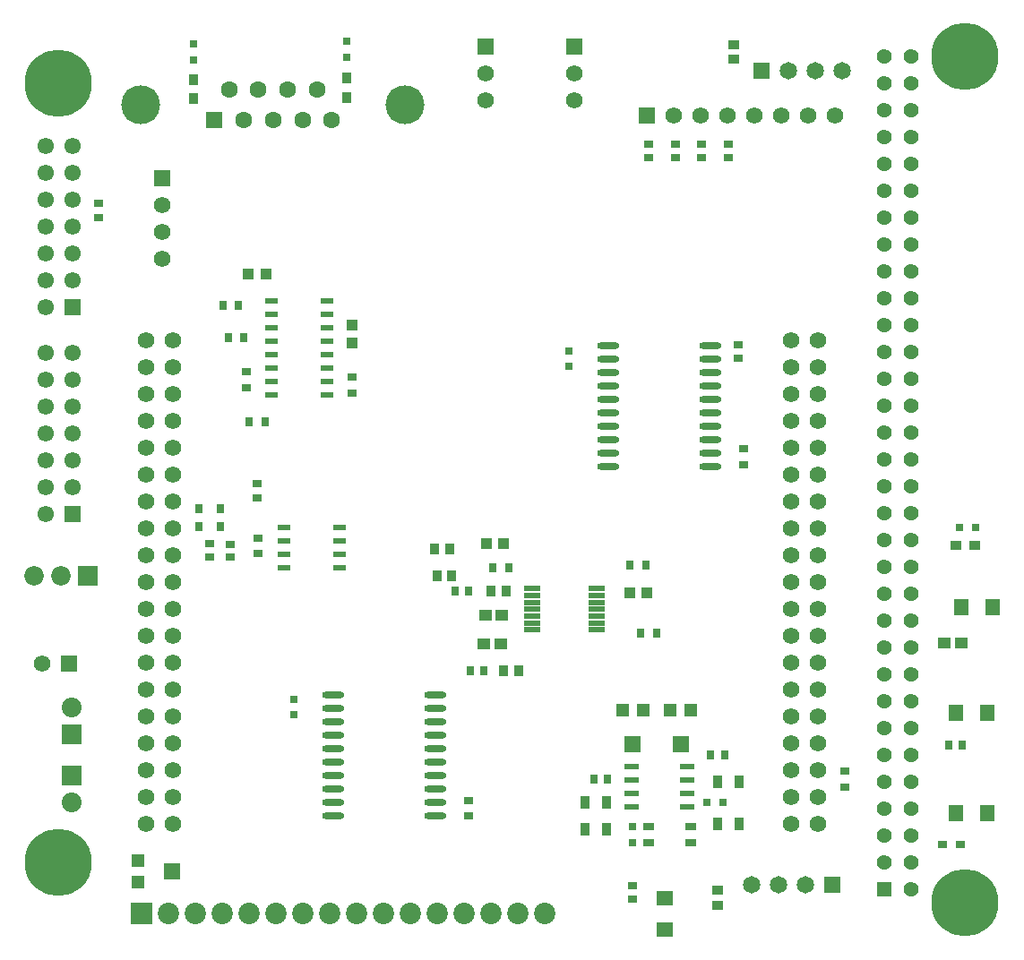
<source format=gbr>
%TF.GenerationSoftware,Altium Limited,Altium Designer,23.1.1 (15)*%
G04 Layer_Color=255*
%FSLAX45Y45*%
%MOMM*%
%TF.SameCoordinates,94CA0F20-7CEF-4758-9589-D945348769B5*%
%TF.FilePolarity,Positive*%
%TF.FileFunction,Pads,Bot*%
%TF.Part,Single*%
G01*
G75*
%TA.AperFunction,ComponentPad*%
%ADD17R,1.57500X1.57500*%
%ADD18C,1.57500*%
%ADD19C,1.60000*%
%ADD20R,1.60000X1.60000*%
%ADD21C,3.68000*%
%ADD22R,1.55000X1.55000*%
%ADD23C,1.55000*%
%ADD24R,2.02500X2.02500*%
%ADD25C,2.02500*%
%ADD26C,1.65000*%
%ADD27R,1.65000X1.65000*%
%ADD28R,1.57500X1.57500*%
%ADD29R,1.84000X1.84000*%
%ADD30C,1.84000*%
%ADD31R,1.57000X1.57000*%
%ADD32C,1.57000*%
%ADD33C,1.42500*%
%ADD34R,1.42500X1.42500*%
%ADD35R,1.87500X1.87500*%
%ADD36C,1.87500*%
%ADD37R,1.57000X1.57000*%
%TA.AperFunction,WasherPad*%
%ADD38C,6.35000*%
%TA.AperFunction,SMDPad,CuDef*%
%ADD61R,0.90000X0.80000*%
G04:AMPARAMS|DCode=62|XSize=0.55mm|YSize=1.25mm|CornerRadius=0.0495mm|HoleSize=0mm|Usage=FLASHONLY|Rotation=270.000|XOffset=0mm|YOffset=0mm|HoleType=Round|Shape=RoundedRectangle|*
%AMROUNDEDRECTD62*
21,1,0.55000,1.15100,0,0,270.0*
21,1,0.45100,1.25000,0,0,270.0*
1,1,0.09900,-0.57550,-0.22550*
1,1,0.09900,-0.57550,0.22550*
1,1,0.09900,0.57550,0.22550*
1,1,0.09900,0.57550,-0.22550*
%
%ADD62ROUNDEDRECTD62*%
%ADD63R,0.70000X0.70000*%
%ADD64R,0.80000X0.90000*%
%ADD65R,0.95000X0.80000*%
%ADD66R,0.80000X0.90000*%
%ADD67R,0.90000X1.05000*%
G04:AMPARAMS|DCode=68|XSize=0.45mm|YSize=1.6mm|CornerRadius=0.0495mm|HoleSize=0mm|Usage=FLASHONLY|Rotation=270.000|XOffset=0mm|YOffset=0mm|HoleType=Round|Shape=RoundedRectangle|*
%AMROUNDEDRECTD68*
21,1,0.45000,1.50100,0,0,270.0*
21,1,0.35100,1.60000,0,0,270.0*
1,1,0.09900,-0.75050,-0.17550*
1,1,0.09900,-0.75050,0.17550*
1,1,0.09900,0.75050,0.17550*
1,1,0.09900,0.75050,-0.17550*
%
%ADD68ROUNDEDRECTD68*%
%ADD69R,1.20000X1.20000*%
%ADD70R,1.50000X1.60000*%
%ADD71O,2.10000X0.65000*%
%ADD72R,1.30000X0.60000*%
%ADD73R,0.86213X0.66370*%
%ADD74R,1.60000X1.40000*%
%ADD75R,1.00000X0.90000*%
%ADD76R,0.80000X0.80000*%
%ADD77R,0.80000X0.95000*%
%ADD78R,1.13504X1.06213*%
%ADD79R,1.25776X1.01213*%
%ADD80R,1.20000X1.20000*%
%ADD81R,1.60000X1.50000*%
%ADD82R,1.00000X0.75000*%
%ADD83R,1.05000X0.90000*%
%ADD84R,0.90000X0.75000*%
%ADD85R,1.40000X1.60000*%
%ADD86R,1.15814X1.01213*%
%ADD87R,0.66370X0.86213*%
%ADD88R,0.90000X0.80000*%
%ADD89R,0.80000X0.80000*%
%ADD90R,1.40000X0.60000*%
%ADD91R,0.90000X1.00000*%
%ADD92R,1.06213X1.13504*%
%ADD93R,0.95620X1.20620*%
D17*
X-8100000Y7354000D02*
D03*
D18*
Y7100000D02*
D03*
Y6846000D02*
D03*
Y6592000D02*
D03*
X-9236711Y2763476D02*
D03*
D19*
X-7465500Y8192000D02*
D03*
X-7188500D02*
D03*
X-6911500D02*
D03*
X-6634500D02*
D03*
X-7327000Y7908000D02*
D03*
X-7050000D02*
D03*
X-6773000D02*
D03*
X-6496000D02*
D03*
D20*
X-7604000D02*
D03*
D21*
X-5800000Y8050000D02*
D03*
X-8300000D02*
D03*
D22*
X-8946000Y6138000D02*
D03*
Y4184000D02*
D03*
D23*
Y6392000D02*
D03*
Y6646000D02*
D03*
Y6900000D02*
D03*
Y7154000D02*
D03*
Y7408000D02*
D03*
Y7662000D02*
D03*
X-9200000Y6138000D02*
D03*
Y6392000D02*
D03*
Y6646000D02*
D03*
Y6900000D02*
D03*
Y7154000D02*
D03*
Y7408000D02*
D03*
Y7662000D02*
D03*
X-8946000Y4438000D02*
D03*
Y4692000D02*
D03*
Y4946000D02*
D03*
Y5200000D02*
D03*
Y5454000D02*
D03*
Y5708000D02*
D03*
X-9200000Y4184000D02*
D03*
Y4438000D02*
D03*
Y4692000D02*
D03*
Y4946000D02*
D03*
Y5200000D02*
D03*
Y5454000D02*
D03*
Y5708000D02*
D03*
D24*
X-8290000Y400000D02*
D03*
D25*
X-8036000D02*
D03*
X-7782000D02*
D03*
X-7528000D02*
D03*
X-7274000D02*
D03*
X-7020000D02*
D03*
X-6766000D02*
D03*
X-6512000D02*
D03*
X-6258000D02*
D03*
X-6004000D02*
D03*
X-5750000D02*
D03*
X-5496000D02*
D03*
X-5242000D02*
D03*
X-4988000D02*
D03*
X-4734000D02*
D03*
X-4480000D02*
D03*
D26*
X-1669000Y8373000D02*
D03*
X-1923000D02*
D03*
X-2177000D02*
D03*
X-2023000Y677000D02*
D03*
X-2277000D02*
D03*
X-2531000D02*
D03*
D27*
X-2431000Y8373000D02*
D03*
X-1769000Y677000D02*
D03*
D28*
X-8982711Y2763476D02*
D03*
D29*
X-8800000Y3600000D02*
D03*
D30*
X-9054000D02*
D03*
X-9308000D02*
D03*
D31*
X-4200000Y8604000D02*
D03*
X-5042500D02*
D03*
D32*
X-4200000Y8350000D02*
D03*
Y8096000D02*
D03*
X-5042500Y8350000D02*
D03*
Y8096000D02*
D03*
X-1900000Y1250000D02*
D03*
X-2154000D02*
D03*
X-1900000Y1504000D02*
D03*
X-2154000D02*
D03*
X-1900000Y1758000D02*
D03*
X-2154000D02*
D03*
X-1900000Y2012000D02*
D03*
X-2154000D02*
D03*
X-1900000Y2266000D02*
D03*
X-2154000D02*
D03*
X-1900000Y2520000D02*
D03*
X-2154000D02*
D03*
X-1900000Y2774000D02*
D03*
X-2154000D02*
D03*
X-1900000Y3028000D02*
D03*
X-2154000D02*
D03*
X-1900000Y3282000D02*
D03*
X-2154000D02*
D03*
X-1900000Y3536000D02*
D03*
X-2154000D02*
D03*
X-1900000Y3790000D02*
D03*
X-2154000D02*
D03*
X-1900000Y4044000D02*
D03*
X-2154000D02*
D03*
X-1900000Y4298000D02*
D03*
X-2154000D02*
D03*
X-1900000Y4552000D02*
D03*
X-2154000D02*
D03*
X-1900000Y4806000D02*
D03*
X-2154000D02*
D03*
X-1900000Y5060000D02*
D03*
X-2154000D02*
D03*
X-1900000Y5314000D02*
D03*
X-2154000D02*
D03*
X-1900000Y5568000D02*
D03*
X-2154000D02*
D03*
X-1900000Y5822000D02*
D03*
X-2154000D02*
D03*
X-7996000Y1250000D02*
D03*
X-8250000D02*
D03*
X-7996000Y1504000D02*
D03*
X-8250000D02*
D03*
X-7996000Y1758000D02*
D03*
X-8250000D02*
D03*
X-7996000Y2012000D02*
D03*
X-8250000D02*
D03*
X-7996000Y2266000D02*
D03*
X-8250000D02*
D03*
X-7996000Y2520000D02*
D03*
X-8250000D02*
D03*
X-7996000Y2774000D02*
D03*
X-8250000D02*
D03*
X-7996000Y3028000D02*
D03*
X-8250000D02*
D03*
X-7996000Y3282000D02*
D03*
X-8250000D02*
D03*
X-7996000Y3536000D02*
D03*
X-8250000D02*
D03*
X-7996000Y3790000D02*
D03*
X-8250000D02*
D03*
X-7996000Y4044000D02*
D03*
X-8250000D02*
D03*
X-7996000Y4298000D02*
D03*
X-8250000D02*
D03*
X-7996000Y4552000D02*
D03*
X-8250000D02*
D03*
X-7996000Y4806000D02*
D03*
X-8250000D02*
D03*
X-7996000Y5060000D02*
D03*
X-8250000D02*
D03*
X-7996000Y5314000D02*
D03*
X-8250000D02*
D03*
X-7996000Y5568000D02*
D03*
X-8250000D02*
D03*
X-7996000Y5822000D02*
D03*
X-8250000D02*
D03*
X-1738000Y7950000D02*
D03*
X-1992000D02*
D03*
X-2246000D02*
D03*
X-2500000D02*
D03*
X-2754000D02*
D03*
X-3008000D02*
D03*
X-3262000D02*
D03*
D33*
X-1016000Y8509000D02*
D03*
Y8255000D02*
D03*
Y8001000D02*
D03*
Y7747000D02*
D03*
Y7493000D02*
D03*
Y7239000D02*
D03*
Y6985000D02*
D03*
Y6731000D02*
D03*
Y6477000D02*
D03*
Y6223000D02*
D03*
Y5969000D02*
D03*
Y5715000D02*
D03*
Y5461000D02*
D03*
Y5207000D02*
D03*
Y4953000D02*
D03*
Y4699000D02*
D03*
Y4445000D02*
D03*
Y4191000D02*
D03*
Y3937000D02*
D03*
Y3683000D02*
D03*
Y3429000D02*
D03*
Y3175000D02*
D03*
Y2921000D02*
D03*
Y2667000D02*
D03*
Y2413000D02*
D03*
Y2159000D02*
D03*
Y1905000D02*
D03*
Y1651000D02*
D03*
Y1397000D02*
D03*
Y1143000D02*
D03*
Y889000D02*
D03*
Y635000D02*
D03*
X-1270000Y8509000D02*
D03*
Y8255000D02*
D03*
Y8001000D02*
D03*
Y7747000D02*
D03*
Y7493000D02*
D03*
Y7239000D02*
D03*
Y6985000D02*
D03*
Y6731000D02*
D03*
Y6477000D02*
D03*
Y6223000D02*
D03*
Y5969000D02*
D03*
Y5715000D02*
D03*
Y5461000D02*
D03*
Y5207000D02*
D03*
Y4953000D02*
D03*
Y4699000D02*
D03*
Y4445000D02*
D03*
Y4191000D02*
D03*
Y3937000D02*
D03*
Y3683000D02*
D03*
Y3429000D02*
D03*
Y3175000D02*
D03*
Y2921000D02*
D03*
Y2667000D02*
D03*
Y2413000D02*
D03*
Y2159000D02*
D03*
Y1905000D02*
D03*
Y1651000D02*
D03*
Y1397000D02*
D03*
Y1143000D02*
D03*
Y889000D02*
D03*
D34*
Y635000D02*
D03*
D35*
X-8950000Y1704000D02*
D03*
Y2100000D02*
D03*
D36*
Y1450000D02*
D03*
Y2354000D02*
D03*
D37*
X-3516000Y7950000D02*
D03*
D38*
X-508000Y8509000D02*
D03*
Y508000D02*
D03*
X-9081000Y889000D02*
D03*
Y8255000D02*
D03*
D61*
X-7300000Y5525000D02*
D03*
Y5375000D02*
D03*
X-1650000Y1750000D02*
D03*
Y1600000D02*
D03*
X-7196123Y3805633D02*
D03*
Y3955633D02*
D03*
X-6300000Y5475000D02*
D03*
Y5325000D02*
D03*
X-2600000Y4800000D02*
D03*
Y4650000D02*
D03*
X-5200000Y1475000D02*
D03*
Y1325000D02*
D03*
D62*
X-7062500Y5305500D02*
D03*
Y5432500D02*
D03*
Y5559500D02*
D03*
Y5686500D02*
D03*
Y5813500D02*
D03*
Y5940500D02*
D03*
Y6067500D02*
D03*
Y6194500D02*
D03*
X-6537500Y5305500D02*
D03*
Y5432500D02*
D03*
Y5559500D02*
D03*
Y5686500D02*
D03*
Y5813500D02*
D03*
Y5940500D02*
D03*
Y6067500D02*
D03*
Y6194500D02*
D03*
D63*
X-4250000Y5580000D02*
D03*
Y5720000D02*
D03*
X-6850000Y2287422D02*
D03*
Y2427422D02*
D03*
D64*
X-7325000Y5850000D02*
D03*
X-7475000D02*
D03*
X-7525000Y6150000D02*
D03*
X-7375000D02*
D03*
X-7275000Y5050000D02*
D03*
X-7125000D02*
D03*
X-3425000Y3050000D02*
D03*
X-3575000D02*
D03*
X-3675000Y3700000D02*
D03*
X-3525000D02*
D03*
X-4823441Y3672039D02*
D03*
X-4973441D02*
D03*
D65*
X-2750000Y7550000D02*
D03*
Y7675000D02*
D03*
X-3000000Y7550000D02*
D03*
Y7675000D02*
D03*
X-3250000Y7550000D02*
D03*
Y7675000D02*
D03*
X-3500000Y7550000D02*
D03*
Y7675000D02*
D03*
X-8700000Y7115000D02*
D03*
Y6985000D02*
D03*
X-2650000Y5650000D02*
D03*
Y5780000D02*
D03*
X-7650000Y3770000D02*
D03*
Y3900000D02*
D03*
X-7200000Y4465000D02*
D03*
Y4335000D02*
D03*
D66*
X-7750000Y4235000D02*
D03*
Y4065000D02*
D03*
X-7543632Y4064064D02*
D03*
Y4234064D02*
D03*
D67*
X-4990000Y3450000D02*
D03*
X-4850000D02*
D03*
X-4870000Y2700000D02*
D03*
X-4730000D02*
D03*
X-5380000Y3850000D02*
D03*
X-5520000D02*
D03*
X-5360000Y3600000D02*
D03*
X-5500000D02*
D03*
D68*
X-3990000Y3085000D02*
D03*
Y3475000D02*
D03*
Y3410000D02*
D03*
Y3345000D02*
D03*
Y3280000D02*
D03*
Y3215000D02*
D03*
Y3150000D02*
D03*
X-4600000Y3475000D02*
D03*
Y3410000D02*
D03*
Y3345000D02*
D03*
Y3280000D02*
D03*
Y3215000D02*
D03*
Y3150000D02*
D03*
Y3085000D02*
D03*
D69*
X-8330000Y900000D02*
D03*
Y700000D02*
D03*
D70*
X-8005000Y800000D02*
D03*
D71*
X-5515000Y2471501D02*
D03*
Y2344501D02*
D03*
Y2217501D02*
D03*
Y2090501D02*
D03*
Y1963501D02*
D03*
Y1836501D02*
D03*
Y1709501D02*
D03*
Y1582501D02*
D03*
Y1455501D02*
D03*
Y1328501D02*
D03*
X-6485000Y2471501D02*
D03*
Y2344501D02*
D03*
Y2217501D02*
D03*
Y2090501D02*
D03*
Y1963501D02*
D03*
Y1836501D02*
D03*
Y1709501D02*
D03*
Y1582501D02*
D03*
Y1455501D02*
D03*
Y1328501D02*
D03*
X-2915000Y5771500D02*
D03*
Y5644500D02*
D03*
Y5517500D02*
D03*
Y5390500D02*
D03*
Y5263500D02*
D03*
Y5136500D02*
D03*
Y5009500D02*
D03*
Y4882500D02*
D03*
Y4755500D02*
D03*
Y4628500D02*
D03*
X-3885000Y5771500D02*
D03*
Y5644500D02*
D03*
Y5517500D02*
D03*
Y5390500D02*
D03*
Y5263500D02*
D03*
Y5136500D02*
D03*
Y5009500D02*
D03*
Y4882500D02*
D03*
Y4755500D02*
D03*
Y4628500D02*
D03*
D72*
X-6950000Y3669000D02*
D03*
Y3796000D02*
D03*
Y3923000D02*
D03*
Y4050000D02*
D03*
X-6420000D02*
D03*
Y3923000D02*
D03*
Y3796000D02*
D03*
Y3669000D02*
D03*
D73*
X-3650000Y662939D02*
D03*
Y537061D02*
D03*
D74*
X-3350000Y550000D02*
D03*
Y250000D02*
D03*
D75*
X-596275Y3880708D02*
D03*
X-416275D02*
D03*
D76*
X-563978Y4050065D02*
D03*
X-413977D02*
D03*
X-2800000Y1450000D02*
D03*
X-2950000D02*
D03*
D77*
X-5330000Y3450000D02*
D03*
X-5200000D02*
D03*
X-5187252Y2699105D02*
D03*
X-5057252D02*
D03*
X-2915000Y1900000D02*
D03*
X-2785000D02*
D03*
X-4016252Y1670453D02*
D03*
X-3886252D02*
D03*
D78*
X-3519291Y3433233D02*
D03*
X-3682369D02*
D03*
X-5031539Y3900000D02*
D03*
X-4868461D02*
D03*
X-7281539Y6450000D02*
D03*
X-7118461D02*
D03*
D79*
X-4900000Y2950000D02*
D03*
X-5055437D02*
D03*
X-4890387Y3220977D02*
D03*
X-5045824D02*
D03*
D80*
X-3750000Y2330000D02*
D03*
X-3550000D02*
D03*
X-3300000D02*
D03*
X-3100000D02*
D03*
D81*
X-3650000Y2005000D02*
D03*
X-3200000D02*
D03*
D82*
X-3500000Y1225000D02*
D03*
Y1075000D02*
D03*
X-3100000Y1225000D02*
D03*
Y1075000D02*
D03*
D83*
X-2700000Y8480000D02*
D03*
Y8620000D02*
D03*
X-2850000Y480000D02*
D03*
Y620000D02*
D03*
D84*
X-7453452Y3774073D02*
D03*
Y3894072D02*
D03*
D85*
X-600000Y1350000D02*
D03*
X-300000D02*
D03*
X-600000Y2300000D02*
D03*
X-300000D02*
D03*
X-550000Y3300000D02*
D03*
X-250000D02*
D03*
D86*
X-547769Y2958760D02*
D03*
X-708168D02*
D03*
D87*
X-537061Y2000000D02*
D03*
X-662939D02*
D03*
D88*
X-550364Y1052417D02*
D03*
X-720364D02*
D03*
D89*
X-3649992Y1075008D02*
D03*
Y1225008D02*
D03*
X-7800008Y8624992D02*
D03*
Y8474992D02*
D03*
X-6350000Y8650000D02*
D03*
Y8500000D02*
D03*
D90*
X-3135000Y1409500D02*
D03*
Y1536500D02*
D03*
Y1663500D02*
D03*
Y1790500D02*
D03*
X-3665000D02*
D03*
Y1663500D02*
D03*
Y1536500D02*
D03*
Y1409500D02*
D03*
D91*
X-6350000Y8120000D02*
D03*
Y8300000D02*
D03*
X-7800000Y8110000D02*
D03*
Y8290000D02*
D03*
D92*
X-6300000Y5800000D02*
D03*
Y5963079D02*
D03*
D93*
X-2645000Y1650000D02*
D03*
X-2850000D02*
D03*
X-2647500Y1250000D02*
D03*
X-2852500D02*
D03*
X-4102500Y1200000D02*
D03*
X-3897500D02*
D03*
X-4102500Y1450000D02*
D03*
X-3897500D02*
D03*
%TF.MD5,e3c9bbea84cf57a93ead47504f56a0ca*%
M02*

</source>
